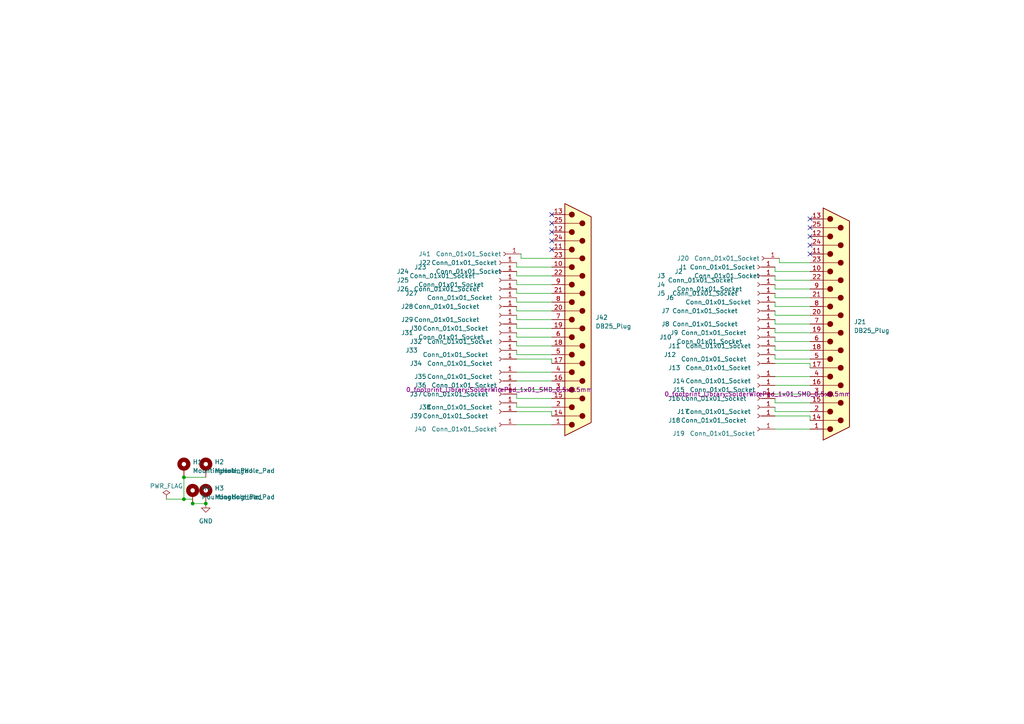
<source format=kicad_sch>
(kicad_sch (version 20230121) (generator eeschema)
  (paper "A4")
  (lib_symbols
    (symbol "Connector:Conn_01x01_Socket" (pin_names (offset 1.016) hide)
      (property "Reference" "J" (at 0 2.54 0))
      (property "Value" "Conn_01x01_Socket" (at 0 -2.54 0))
      (symbol "Conn_01x01_Socket_1_1"
        (polyline (pts (xy -1.27 0) (xy -0.508 0)) (stroke (width 0.1524)))
        (arc (start 0 0.508) (mid -0.5058 0) (end 0 -0.508) (stroke (width 0.1524)))
        (pin passive line (at -5.08 0 0) (length 3.81) (name "Pin_1") (number "1"))
      )
    )
    (symbol "Connector:DB25_Plug" (pin_names (offset 1.016) hide)
      (property "Reference" "J" (at 0 34.29 0))
      (property "Value" "DB25_Plug" (at 0 -34.925 0))
      (symbol "DB25_Plug_0_1"
        (circle (center -1.778 -30.48) (radius 0.762) (fill (type outline)))
        (circle (center -1.778 -25.4) (radius 0.762) (fill (type outline)))
        (circle (center -1.778 -20.32) (radius 0.762) (fill (type outline)))
        (circle (center -1.778 -15.24) (radius 0.762) (fill (type outline)))
        (circle (center -1.778 -10.16) (radius 0.762) (fill (type outline)))
        (circle (center -1.778 -5.08) (radius 0.762) (fill (type outline)))
        (circle (center -1.778 0) (radius 0.762) (fill (type outline)))
        (circle (center -1.778 5.08) (radius 0.762) (fill (type outline)))
        (circle (center -1.778 10.16) (radius 0.762) (fill (type outline)))
        (circle (center -1.778 15.24) (radius 0.762) (fill (type outline)))
        (circle (center -1.778 20.32) (radius 0.762) (fill (type outline)))
        (circle (center -1.778 25.4) (radius 0.762) (fill (type outline)))
        (circle (center -1.778 30.48) (radius 0.762) (fill (type outline)))
        (polyline (pts (xy -3.81 -30.48) (xy -2.54 -30.48)))
        (polyline (pts (xy -3.81 -27.94) (xy 0.508 -27.94)))
        (polyline (pts (xy -3.81 -25.4) (xy -2.54 -25.4)))
        (polyline (pts (xy -3.81 -22.86) (xy 0.508 -22.86)))
        (polyline (pts (xy -3.81 -20.32) (xy -2.54 -20.32)))
        (polyline (pts (xy -3.81 -17.78) (xy 0.508 -17.78)))
        (polyline (pts (xy -3.81 -15.24) (xy -2.54 -15.24)))
        (polyline (pts (xy -3.81 -12.7) (xy 0.508 -12.7)))
        (polyline (pts (xy -3.81 -10.16) (xy -2.54 -10.16)))
        (polyline (pts (xy -3.81 -7.62) (xy 0.508 -7.62)))
        (polyline (pts (xy -3.81 -5.08) (xy -2.54 -5.08)))
        (polyline (pts (xy -3.81 -2.54) (xy 0.508 -2.54)))
        (polyline (pts (xy -3.81 0) (xy -2.54 0)))
        (polyline (pts (xy -3.81 2.54) (xy 0.508 2.54)))
        (polyline (pts (xy -3.81 5.08) (xy -2.54 5.08)))
        (polyline (pts (xy -3.81 7.62) (xy 0.508 7.62)))
        (polyline (pts (xy -3.81 10.16) (xy -2.54 10.16)))
        (polyline (pts (xy -3.81 12.7) (xy 0.508 12.7)))
        (polyline (pts (xy -3.81 15.24) (xy -2.54 15.24)))
        (polyline (pts (xy -3.81 17.78) (xy 0.508 17.78)))
        (polyline (pts (xy -3.81 20.32) (xy -2.54 20.32)))
        (polyline (pts (xy -3.81 22.86) (xy 0.508 22.86)))
        (polyline (pts (xy -3.81 25.4) (xy -2.54 25.4)))
        (polyline (pts (xy -3.81 27.94) (xy 0.508 27.94)))
        (polyline (pts (xy -3.81 30.48) (xy -2.54 30.48)))
        (polyline (pts (xy -3.81 -33.655) (xy 3.81 -29.845) (xy 3.81 29.845) (xy -3.81 33.655) (xy -3.81 -33.655)) (stroke (width 0.254)) (fill (type background)))
        (circle (center 1.27 -27.94) (radius 0.762) (fill (type outline)))
        (circle (center 1.27 -22.86) (radius 0.762) (fill (type outline)))
        (circle (center 1.27 -17.78) (radius 0.762) (fill (type outline)))
        (circle (center 1.27 -12.7) (radius 0.762) (fill (type outline)))
        (circle (center 1.27 -7.62) (radius 0.762) (fill (type outline)))
        (circle (center 1.27 -2.54) (radius 0.762) (fill (type outline)))
        (circle (center 1.27 2.54) (radius 0.762) (fill (type outline)))
        (circle (center 1.27 7.62) (radius 0.762) (fill (type outline)))
        (circle (center 1.27 12.7) (radius 0.762) (fill (type outline)))
        (circle (center 1.27 17.78) (radius 0.762) (fill (type outline)))
        (circle (center 1.27 22.86) (radius 0.762) (fill (type outline)))
        (circle (center 1.27 27.94) (radius 0.762) (fill (type outline)))
      )
      (symbol "DB25_Plug_1_1"
        (pin passive line (at -7.62 -30.48 0) (length 3.81) (name "1") (number "1"))
        (pin passive line (at -7.62 15.24 0) (length 3.81) (name "10") (number "10"))
        (pin passive line (at -7.62 20.32 0) (length 3.81) (name "11") (number "11"))
        (pin passive line (at -7.62 25.4 0) (length 3.81) (name "12") (number "12"))
        (pin passive line (at -7.62 30.48 0) (length 3.81) (name "13") (number "13"))
        (pin passive line (at -7.62 -27.94 0) (length 3.81) (name "P14") (number "14"))
        (pin passive line (at -7.62 -22.86 0) (length 3.81) (name "P15") (number "15"))
        (pin passive line (at -7.62 -17.78 0) (length 3.81) (name "P16") (number "16"))
        (pin passive line (at -7.62 -12.7 0) (length 3.81) (name "P17") (number "17"))
        (pin passive line (at -7.62 -7.62 0) (length 3.81) (name "P18") (number "18"))
        (pin passive line (at -7.62 -2.54 0) (length 3.81) (name "P19") (number "19"))
        (pin passive line (at -7.62 -25.4 0) (length 3.81) (name "2") (number "2"))
        (pin passive line (at -7.62 2.54 0) (length 3.81) (name "P20") (number "20"))
        (pin passive line (at -7.62 7.62 0) (length 3.81) (name "P21") (number "21"))
        (pin passive line (at -7.62 12.7 0) (length 3.81) (name "P22") (number "22"))
        (pin passive line (at -7.62 17.78 0) (length 3.81) (name "P23") (number "23"))
        (pin passive line (at -7.62 22.86 0) (length 3.81) (name "P24") (number "24"))
        (pin passive line (at -7.62 27.94 0) (length 3.81) (name "P25") (number "25"))
        (pin passive line (at -7.62 -20.32 0) (length 3.81) (name "3") (number "3"))
        (pin passive line (at -7.62 -15.24 0) (length 3.81) (name "4") (number "4"))
        (pin passive line (at -7.62 -10.16 0) (length 3.81) (name "5") (number "5"))
        (pin passive line (at -7.62 -5.08 0) (length 3.81) (name "6") (number "6"))
        (pin passive line (at -7.62 0 0) (length 3.81) (name "7") (number "7"))
        (pin passive line (at -7.62 5.08 0) (length 3.81) (name "8") (number "8"))
        (pin passive line (at -7.62 10.16 0) (length 3.81) (name "9") (number "9"))
      )
    )
    (symbol "Mechanical:MountingHole_Pad" (pin_numbers hide) (pin_names (offset 1.016) hide)
      (property "Reference" "H" (at 0 6.35 0))
      (property "Value" "MountingHole_Pad" (at 0 4.445 0))
      (symbol "MountingHole_Pad_0_1"
        (circle (center 0 1.27) (radius 1.27) (stroke (width 1.27)))
      )
      (symbol "MountingHole_Pad_1_1"
        (pin input line (at 0 -2.54 90) (length 2.54) (name "1") (number "1"))
      )
    )
    (symbol "power:GND" (power) (pin_names (offset 0))
      (property "Value" "GND" (at 0 -3.81 0))
      (symbol "GND_0_1"
        (polyline (pts (xy 0 0) (xy 0 -1.27) (xy 1.27 -1.27) (xy 0 -2.54) (xy -1.27 -1.27) (xy 0 -1.27)))
      )
      (symbol "GND_1_1"
        (pin power_in line (at 0 0 270) (length 0) hide (name "GND") (number "1"))
      )
    )
    (symbol "power:PWR_FLAG" (power) (pin_numbers hide) (pin_names (offset 0) hide)
      (property "Value" "PWR_FLAG" (at 0 3.81 0))
      (symbol "PWR_FLAG_0_0"
        (pin power_out line (at 0 0 90) (length 0) (name "pwr") (number "1"))
      )
      (symbol "PWR_FLAG_0_1"
        (polyline (pts (xy 0 0) (xy 0 1.27) (xy -1.016 1.905) (xy 0 2.54) (xy 1.016 1.905) (xy 0 1.27)))
      )
    )
  )
  (junction (at 53.34 138.43))
  (junction (at 59.69 146.05))
  (junction (at 53.34 144.78))
  (junction (at 55.88 146.05))
  (no_connect (at 234.95 73.66))
  (no_connect (at 234.95 71.12))
  (no_connect (at 160.02 69.85))
  (no_connect (at 234.95 66.04))
  (no_connect (at 160.02 62.23))
  (no_connect (at 160.02 64.77))
  (no_connect (at 234.95 68.58))
  (no_connect (at 160.02 72.39))
  (no_connect (at 234.95 63.5))
  (no_connect (at 160.02 67.31))
  (wire (pts (xy 224.79 86.36) (xy 224.79 85.09)))
  (wire (pts (xy 234.95 81.28) (xy 224.79 81.28)))
  (wire (pts (xy 149.86 90.17) (xy 149.86 88.9)))
  (wire (pts (xy 160.02 77.47) (xy 149.86 77.47)))
  (wire (pts (xy 224.79 81.28) (xy 224.79 80.01)))
  (wire (pts (xy 160.02 82.55) (xy 149.86 82.55)))
  (wire (pts (xy 160.02 97.79) (xy 149.86 97.79)))
  (wire (pts (xy 149.86 80.01) (xy 149.86 78.74)))
  (wire (pts (xy 160.02 102.87) (xy 149.86 102.87)))
  (wire (pts (xy 149.86 107.95) (xy 160.02 107.95)))
  (wire (pts (xy 226.06 76.2) (xy 226.06 74.93)))
  (wire (pts (xy 224.79 96.52) (xy 224.79 95.25)))
  (wire (pts (xy 160.02 115.57) (xy 149.86 115.57)))
  (wire (pts (xy 149.86 115.57) (xy 149.86 114.3)))
  (wire (pts (xy 53.34 138.43) (xy 53.34 144.78)))
  (wire (pts (xy 149.86 87.63) (xy 149.86 86.36)))
  (wire (pts (xy 224.79 99.06) (xy 224.79 97.79)))
  (wire (pts (xy 224.79 116.84) (xy 224.79 115.57)))
  (wire (pts (xy 160.02 119.38) (xy 149.86 119.38)))
  (wire (pts (xy 234.95 91.44) (xy 224.79 91.44)))
  (wire (pts (xy 234.95 76.2) (xy 226.06 76.2)))
  (wire (pts (xy 160.02 100.33) (xy 149.86 100.33)))
  (wire (pts (xy 234.95 104.14) (xy 224.79 104.14)))
  (wire (pts (xy 149.86 110.49) (xy 160.02 110.49)))
  (wire (pts (xy 149.86 118.11) (xy 149.86 116.84)))
  (wire (pts (xy 160.02 80.01) (xy 149.86 80.01)))
  (wire (pts (xy 224.79 105.41) (xy 234.95 105.41)))
  (wire (pts (xy 234.95 120.65) (xy 224.79 120.65)))
  (wire (pts (xy 234.95 96.52) (xy 224.79 96.52)))
  (wire (pts (xy 224.79 114.3) (xy 234.95 114.3)))
  (wire (pts (xy 224.79 78.74) (xy 224.79 77.47)))
  (wire (pts (xy 234.95 101.6) (xy 224.79 101.6)))
  (wire (pts (xy 149.86 82.55) (xy 149.86 81.28)))
  (wire (pts (xy 234.95 86.36) (xy 224.79 86.36)))
  (wire (pts (xy 160.02 95.25) (xy 149.86 95.25)))
  (wire (pts (xy 160.02 85.09) (xy 149.86 85.09)))
  (wire (pts (xy 48.26 144.78) (xy 53.34 144.78)))
  (wire (pts (xy 151.13 74.93) (xy 151.13 73.66)))
  (wire (pts (xy 234.95 99.06) (xy 224.79 99.06)))
  (wire (pts (xy 149.86 113.03) (xy 160.02 113.03)))
  (wire (pts (xy 224.79 119.38) (xy 224.79 118.11)))
  (wire (pts (xy 224.79 111.76) (xy 234.95 111.76)))
  (wire (pts (xy 234.95 121.92) (xy 234.95 120.65)))
  (wire (pts (xy 149.86 92.71) (xy 149.86 91.44)))
  (wire (pts (xy 160.02 118.11) (xy 149.86 118.11)))
  (wire (pts (xy 160.02 92.71) (xy 149.86 92.71)))
  (wire (pts (xy 149.86 104.14) (xy 160.02 104.14)))
  (wire (pts (xy 234.95 88.9) (xy 224.79 88.9)))
  (wire (pts (xy 224.79 91.44) (xy 224.79 90.17)))
  (wire (pts (xy 149.86 85.09) (xy 149.86 83.82)))
  (wire (pts (xy 224.79 124.46) (xy 234.95 124.46)))
  (wire (pts (xy 224.79 104.14) (xy 224.79 102.87)))
  (wire (pts (xy 224.79 101.6) (xy 224.79 100.33)))
  (wire (pts (xy 160.02 74.93) (xy 151.13 74.93)))
  (wire (pts (xy 149.86 102.87) (xy 149.86 101.6)))
  (wire (pts (xy 149.86 123.19) (xy 160.02 123.19)))
  (wire (pts (xy 234.95 83.82) (xy 224.79 83.82)))
  (wire (pts (xy 53.34 138.43) (xy 59.69 138.43)))
  (wire (pts (xy 224.79 83.82) (xy 224.79 82.55)))
  (wire (pts (xy 149.86 95.25) (xy 149.86 93.98)))
  (wire (pts (xy 234.95 119.38) (xy 224.79 119.38)))
  (wire (pts (xy 234.95 116.84) (xy 224.79 116.84)))
  (wire (pts (xy 160.02 90.17) (xy 149.86 90.17)))
  (wire (pts (xy 160.02 87.63) (xy 149.86 87.63)))
  (wire (pts (xy 224.79 93.98) (xy 224.79 92.71)))
  (wire (pts (xy 160.02 120.65) (xy 160.02 119.38)))
  (wire (pts (xy 55.88 144.78) (xy 55.88 146.05)))
  (wire (pts (xy 234.95 105.41) (xy 234.95 106.68)))
  (wire (pts (xy 224.79 88.9) (xy 224.79 87.63)))
  (wire (pts (xy 149.86 97.79) (xy 149.86 96.52)))
  (wire (pts (xy 55.88 146.05) (xy 59.69 146.05)))
  (wire (pts (xy 224.79 109.22) (xy 234.95 109.22)))
  (wire (pts (xy 149.86 77.47) (xy 149.86 76.2)))
  (wire (pts (xy 234.95 78.74) (xy 224.79 78.74)))
  (wire (pts (xy 149.86 100.33) (xy 149.86 99.06)))
  (wire (pts (xy 234.95 93.98) (xy 224.79 93.98)))
  (wire (pts (xy 160.02 104.14) (xy 160.02 105.41)))
  (wire (pts (xy 53.34 144.78) (xy 55.88 144.78)))
  (symbol (lib_id "Connector:Conn_01x01_Socket") (at 144.78 119.38 180) (unit 1)
    (property "Reference" "J39" (at 120.65 120.65 0))
    (property "Value" "Conn_01x01_Socket" (at 132.08 120.65 0))
    (property "Footprint" "0_footprint_Library:SolderWirePad_1x01_SMD_0.5x0.5mm" (effects hide))
  )
  (symbol (lib_id "Connector:Conn_01x01_Socket") (at 144.78 116.84 180) (unit 1)
    (property "Reference" "J38" (at 123.19 118.11 0))
    (property "Value" "Conn_01x01_Socket" (at 133.35 118.11 0))
    (property "Footprint" "0_footprint_Library:SolderWirePad_1x01_SMD_0.5x0.5mm" (effects hide))
  )
  (symbol (lib_id "Connector:Conn_01x01_Socket") (at 144.78 99.06 180) (unit 1)
    (property "Reference" "J31" (at 118.11 96.52 0))
    (property "Value" "Conn_01x01_Socket" (at 130.81 97.79 0))
    (property "Footprint" "0_footprint_Library:SolderWirePad_1x01_SMD_0.5x0.5mm" (effects hide))
  )
  (symbol (lib_id "Connector:Conn_01x01_Socket") (at 219.71 109.22 180) (unit 1)
    (property "Reference" "J13" (at 195.58 106.68 0))
    (property "Value" "Conn_01x01_Socket" (at 208.28 106.68 0))
    (property "Footprint" "0_footprint_Library:SolderWirePad_1x01_SMD_0.5x0.5mm" (effects hide))
  )
  (symbol (lib_id "Connector:Conn_01x01_Socket") (at 144.78 86.36 180) (unit 1)
    (property "Reference" "J26" (at 116.84 83.82 0))
    (property "Value" "Conn_01x01_Socket" (at 129.54 83.82 0))
    (property "Footprint" "0_footprint_Library:SolderWirePad_1x01_SMD_0.5x0.5mm" (effects hide))
  )
  (symbol (lib_id "Connector:Conn_01x01_Socket") (at 144.78 78.74 180) (unit 1)
    (property "Reference" "J23" (at 121.92 77.47 0))
    (property "Value" "Conn_01x01_Socket" (at 135.89 78.74 0))
    (property "Footprint" "0_footprint_Library:SolderWirePad_1x01_SMD_0.5x0.5mm" (effects hide))
  )
  (symbol (lib_id "Connector:Conn_01x01_Socket") (at 219.71 80.01 180) (unit 1)
    (property "Reference" "J2" (at 196.85 78.74 0))
    (property "Value" "Conn_01x01_Socket" (at 210.82 80.01 0))
    (property "Footprint" "0_footprint_Library:SolderWirePad_1x01_SMD_0.5x0.5mm" (effects hide))
  )
  (symbol (lib_id "Connector:Conn_01x01_Socket") (at 219.71 95.25 180) (unit 1)
    (property "Reference" "J8" (at 193.04 93.98 0))
    (property "Value" "Conn_01x01_Socket" (at 204.47 93.98 0))
    (property "Footprint" "0_footprint_Library:SolderWirePad_1x01_SMD_0.5x0.5mm" (effects hide))
  )
  (symbol (lib_id "Connector:Conn_01x01_Socket") (at 219.71 82.55 180) (unit 1)
    (property "Reference" "J3" (at 191.77 80.01 0))
    (property "Value" "Conn_01x01_Socket" (at 203.2 81.28 0))
    (property "Footprint" "0_footprint_Library:SolderWirePad_1x01_SMD_0.5x0.5mm" (effects hide))
  )
  (symbol (lib_id "Connector:Conn_01x01_Socket") (at 144.78 83.82 180) (unit 1)
    (property "Reference" "J25" (at 116.84 81.28 0))
    (property "Value" "Conn_01x01_Socket" (at 130.81 82.55 0))
    (property "Footprint" "0_footprint_Library:SolderWirePad_1x01_SMD_0.5x0.5mm" (effects hide))
  )
  (symbol (lib_id "Connector:Conn_01x01_Socket") (at 219.71 102.87 180) (unit 1)
    (property "Reference" "J11" (at 195.58 100.33 0))
    (property "Value" "Conn_01x01_Socket" (at 208.28 100.33 0))
    (property "Footprint" "0_footprint_Library:SolderWirePad_1x01_SMD_0.5x0.5mm" (effects hide))
  )
  (symbol (lib_id "Connector:Conn_01x01_Socket") (at 144.78 88.9 180) (unit 1)
    (property "Reference" "J27" (at 119.38 85.09 0))
    (property "Value" "Conn_01x01_Socket" (at 133.35 86.36 0))
    (property "Footprint" "0_footprint_Library:SolderWirePad_1x01_SMD_0.5x0.5mm" (effects hide))
  )
  (symbol (lib_id "Connector:Conn_01x01_Socket") (at 144.78 113.03 180) (unit 1)
    (property "Reference" "J36" (at 121.92 111.76 0))
    (property "Value" "Conn_01x01_Socket" (at 134.62 111.76 0))
    (property "Footprint" "0_footprint_Library:SolderWirePad_1x01_SMD_0.5x0.5mm" (at 144.78 113.03 0))
  )
  (symbol (lib_id "power:GND") (at 59.69 146.05 0) (unit 1)
    (property "Reference" "#PWR01" (effects hide))
    (property "Value" "GND" (at 59.69 151.13 0))
  )
  (symbol (lib_id "Mechanical:MountingHole_Pad") (at 55.88 143.51 0) (unit 1)
    (property "Reference" "H4" (at 58.42 141.605 0) (effects (justify left)))
    (property "Value" "MountingHole_Pad" (at 58.42 144.145 0) (effects (justify left)))
    (property "Footprint" "0_footprint_Library:MountingHole_3mm_2-56_DIN965_Pad" (effects hide))
  )
  (symbol (lib_id "Connector:Conn_01x01_Socket") (at 144.78 93.98 180) (unit 1)
    (property "Reference" "J29" (at 118.11 92.71 0))
    (property "Value" "Conn_01x01_Socket" (at 129.54 92.71 0))
    (property "Footprint" "0_footprint_Library:SolderWirePad_1x01_SMD_0.5x0.5mm" (effects hide))
  )
  (symbol (lib_id "Connector:Conn_01x01_Socket") (at 219.71 92.71 180) (unit 1)
    (property "Reference" "J7" (at 193.04 90.17 0))
    (property "Value" "Conn_01x01_Socket" (at 204.47 90.17 0))
    (property "Footprint" "0_footprint_Library:SolderWirePad_1x01_SMD_0.5x0.5mm" (effects hide))
  )
  (symbol (lib_id "Connector:Conn_01x01_Socket") (at 144.78 110.49 180) (unit 1)
    (property "Reference" "J35" (at 121.92 109.22 0))
    (property "Value" "Conn_01x01_Socket" (at 133.35 109.22 0))
    (property "Footprint" "0_footprint_Library:SolderWirePad_1x01_SMD_0.5x0.5mm" (effects hide))
  )
  (symbol (lib_id "Mechanical:MountingHole_Pad") (at 53.34 135.89 0) (unit 1)
    (property "Reference" "H1" (at 55.88 133.985 0) (effects (justify left)))
    (property "Value" "MountingHole_Pad" (at 55.88 136.525 0) (effects (justify left)))
    (property "Footprint" "0_footprint_Library:MountingHole_3mm_2-56_DIN965_Pad" (effects hide))
  )
  (symbol (lib_id "Connector:Conn_01x01_Socket") (at 219.71 97.79 180) (unit 1)
    (property "Reference" "J9" (at 195.58 96.52 0))
    (property "Value" "Conn_01x01_Socket" (at 207.01 96.52 0))
    (property "Footprint" "0_footprint_Library:SolderWirePad_1x01_SMD_0.5x0.5mm" (effects hide))
  )
  (symbol (lib_id "Connector:Conn_01x01_Socket") (at 219.71 111.76 180) (unit 1)
    (property "Reference" "J14" (at 196.85 110.49 0))
    (property "Value" "Conn_01x01_Socket" (at 208.28 110.49 0))
    (property "Footprint" "0_footprint_Library:SolderWirePad_1x01_SMD_0.5x0.5mm" (effects hide))
  )
  (symbol (lib_id "Connector:Conn_01x01_Socket") (at 219.71 115.57 180) (unit 1)
    (property "Reference" "J16" (at 195.58 115.57 0))
    (property "Value" "Conn_01x01_Socket" (at 207.01 115.57 0))
    (property "Footprint" "0_footprint_Library:SolderWirePad_1x01_SMD_0.5x0.5mm" (effects hide))
  )
  (symbol (lib_id "Connector:Conn_01x01_Socket") (at 219.71 77.47 180) (unit 1)
    (property "Reference" "J1" (at 198.12 77.47 0))
    (property "Value" "Conn_01x01_Socket" (at 209.55 77.47 0))
    (property "Footprint" "0_footprint_Library:SolderWirePad_1x01_SMD_0.5x0.5mm" (effects hide))
  )
  (symbol (lib_id "Connector:Conn_01x01_Socket") (at 144.78 123.19 180) (unit 1)
    (property "Reference" "J40" (at 121.92 124.46 0))
    (property "Value" "Conn_01x01_Socket" (at 134.62 124.46 0))
    (property "Footprint" "0_footprint_Library:SolderWirePad_1x01_SMD_0.5x0.5mm" (effects hide))
  )
  (symbol (lib_id "Connector:Conn_01x01_Socket") (at 144.78 114.3 180) (unit 1)
    (property "Reference" "J37" (at 120.65 114.3 0))
    (property "Value" "Conn_01x01_Socket" (at 132.08 114.3 0))
    (property "Footprint" "0_footprint_Library:SolderWirePad_1x01_SMD_0.5x0.5mm" (effects hide))
  )
  (symbol (lib_id "Connector:Conn_01x01_Socket") (at 144.78 76.2 180) (unit 1)
    (property "Reference" "J22" (at 123.19 76.2 0))
    (property "Value" "Conn_01x01_Socket" (at 134.62 76.2 0))
    (property "Footprint" "0_footprint_Library:SolderWirePad_1x01_SMD_0.5x0.5mm" (effects hide))
  )
  (symbol (lib_id "Connector:Conn_01x01_Socket") (at 144.78 91.44 180) (unit 1)
    (property "Reference" "J28" (at 118.11 88.9 0))
    (property "Value" "Conn_01x01_Socket" (at 129.54 88.9 0))
    (property "Footprint" "0_footprint_Library:SolderWirePad_1x01_SMD_0.5x0.5mm" (effects hide))
  )
  (symbol (lib_id "Connector:Conn_01x01_Socket") (at 219.71 120.65 180) (unit 1)
    (property "Reference" "J18" (at 195.58 121.92 0))
    (property "Value" "Conn_01x01_Socket" (at 207.01 121.92 0))
    (property "Footprint" "0_footprint_Library:SolderWirePad_1x01_SMD_0.5x0.5mm" (effects hide))
  )
  (symbol (lib_id "Connector:Conn_01x01_Socket") (at 144.78 81.28 180) (unit 1)
    (property "Reference" "J24" (at 116.84 78.74 0))
    (property "Value" "Conn_01x01_Socket" (at 128.27 80.01 0))
    (property "Footprint" "0_footprint_Library:SolderWirePad_1x01_SMD_0.5x0.5mm" (effects hide))
  )
  (symbol (lib_id "Connector:Conn_01x01_Socket") (at 146.05 73.66 180) (unit 1)
    (property "Reference" "J41" (at 123.19 73.66 0))
    (property "Value" "Conn_01x01_Socket" (at 135.89 73.66 0))
    (property "Footprint" "0_footprint_Library:SolderWirePad_1x01_SMD_0.5x0.5mm" (effects hide))
  )
  (symbol (lib_id "Connector:Conn_01x01_Socket") (at 144.78 101.6 180) (unit 1)
    (property "Reference" "J32" (at 120.65 99.06 0))
    (property "Value" "Conn_01x01_Socket" (at 133.35 99.06 0))
    (property "Footprint" "0_footprint_Library:SolderWirePad_1x01_SMD_0.5x0.5mm" (effects hide))
  )
  (symbol (lib_id "Mechanical:MountingHole_Pad") (at 59.69 135.89 0) (unit 1)
    (property "Reference" "H2" (at 62.23 133.985 0) (effects (justify left)))
    (property "Value" "MountingHole_Pad" (at 62.23 136.525 0) (effects (justify left)))
    (property "Footprint" "0_footprint_Library:MountingHole_3mm_2-56_DIN965_Pad" (effects hide))
  )
  (symbol (lib_id "Mechanical:MountingHole_Pad") (at 59.69 143.51 0) (unit 1)
    (property "Reference" "H3" (at 62.23 141.605 0) (effects (justify left)))
    (property "Value" "MountingHole_Pad" (at 62.23 144.145 0) (effects (justify left)))
    (property "Footprint" "0_footprint_Library:MountingHole_3mm_2-56_DIN965_Pad" (effects hide))
  )
  (symbol (lib_id "Connector:DB25_Plug") (at 167.64 92.71 0) (unit 1)
    (property "Reference" "J42" (at 172.72 92.075 0) (effects (justify left)))
    (property "Value" "DB25_Plug" (at 172.72 94.615 0) (effects (justify left)))
    (property "Footprint" "0_footprint_Library:Norcomp-380-025-113L001-microd_Updated" (effects hide))
    (property "Datasheet" " ~" (effects hide))
  )
  (symbol (lib_id "Connector:Conn_01x01_Socket") (at 219.71 114.3 180) (unit 1)
    (property "Reference" "J15" (at 196.85 113.03 0))
    (property "Value" "Conn_01x01_Socket" (at 209.55 113.03 0))
    (property "Footprint" "0_footprint_Library:SolderWirePad_1x01_SMD_0.5x0.5mm" (at 219.71 114.3 0))
  )
  (symbol (lib_id "Connector:Conn_01x01_Socket") (at 219.71 124.46 180) (unit 1)
    (property "Reference" "J19" (at 196.85 125.73 0))
    (property "Value" "Conn_01x01_Socket" (at 209.55 125.73 0))
    (property "Footprint" "0_footprint_Library:SolderWirePad_1x01_SMD_0.5x0.5mm" (effects hide))
  )
  (symbol (lib_id "power:PWR_FLAG") (at 48.26 144.78 0) (unit 1)
    (property "Reference" "#FLG01" (effects hide))
    (property "Value" "PWR_FLAG" (at 48.26 140.97 0))
  )
  (symbol (lib_id "Connector:DB25_Plug") (at 242.57 93.98 0) (unit 1)
    (property "Reference" "J21" (at 247.65 93.345 0) (effects (justify left)))
    (property "Value" "DB25_Plug" (at 247.65 95.885 0) (effects (justify left)))
    (property "Footprint" "0_footprint_Library:Norcomp-380-025-113L001-microd_Updated" (effects hide))
    (property "Datasheet" " ~" (effects hide))
  )
  (symbol (lib_id "Connector:Conn_01x01_Socket") (at 144.78 104.14 180) (unit 1)
    (property "Reference" "J33" (at 119.38 101.6 0))
    (property "Value" "Conn_01x01_Socket" (at 132.08 102.87 0))
    (property "Footprint" "0_footprint_Library:SolderWirePad_1x01_SMD_0.5x0.5mm" (effects hide))
  )
  (symbol (lib_id "Connector:Conn_01x01_Socket") (at 219.71 100.33 180) (unit 1)
    (property "Reference" "J10" (at 193.04 97.79 0))
    (property "Value" "Conn_01x01_Socket" (at 205.74 99.06 0))
    (property "Footprint" "0_footprint_Library:SolderWirePad_1x01_SMD_0.5x0.5mm" (effects hide))
  )
  (symbol (lib_id "Connector:Conn_01x01_Socket") (at 219.71 90.17 180) (unit 1)
    (property "Reference" "J6" (at 194.31 86.36 0))
    (property "Value" "Conn_01x01_Socket" (at 208.28 87.63 0))
    (property "Footprint" "0_footprint_Library:SolderWirePad_1x01_SMD_0.5x0.5mm" (effects hide))
  )
  (symbol (lib_id "Connector:Conn_01x01_Socket") (at 219.71 85.09 180) (unit 1)
    (property "Reference" "J4" (at 191.77 82.55 0))
    (property "Value" "Conn_01x01_Socket" (at 205.74 83.82 0))
    (property "Footprint" "0_footprint_Library:SolderWirePad_1x01_SMD_0.5x0.5mm" (effects hide))
  )
  (symbol (lib_id "Connector:Conn_01x01_Socket") (at 144.78 107.95 180) (unit 1)
    (property "Reference" "J34" (at 120.65 105.41 0))
    (property "Value" "Conn_01x01_Socket" (at 133.35 105.41 0))
    (property "Footprint" "0_footprint_Library:SolderWirePad_1x01_SMD_0.5x0.5mm" (effects hide))
  )
  (symbol (lib_id "Connector:Conn_01x01_Socket") (at 144.78 96.52 180) (unit 1)
    (property "Reference" "J30" (at 120.65 95.25 0))
    (property "Value" "Conn_01x01_Socket" (at 132.08 95.25 0))
    (property "Footprint" "0_footprint_Library:SolderWirePad_1x01_SMD_0.5x0.5mm" (effects hide))
  )
  (symbol (lib_id "Connector:Conn_01x01_Socket") (at 219.71 118.11 180) (unit 1)
    (property "Reference" "J17" (at 198.12 119.38 0))
    (property "Value" "Conn_01x01_Socket" (at 208.28 119.38 0))
    (property "Footprint" "0_footprint_Library:SolderWirePad_1x01_SMD_0.5x0.5mm" (effects hide))
  )
  (symbol (lib_id "Connector:Conn_01x01_Socket") (at 219.71 105.41 180) (unit 1)
    (property "Reference" "J12" (at 194.31 102.87 0))
    (property "Value" "Conn_01x01_Socket" (at 207.01 104.14 0))
    (property "Footprint" "0_footprint_Library:SolderWirePad_1x01_SMD_0.5x0.5mm" (effects hide))
  )
  (symbol (lib_id "Connector:Conn_01x01_Socket") (at 220.98 74.93 180) (unit 1)
    (property "Reference" "J20" (at 198.12 74.93 0))
    (property "Value" "Conn_01x01_Socket" (at 210.82 74.93 0))
    (property "Footprint" "0_footprint_Library:SolderWirePad_1x01_SMD_0.5x0.5mm" (effects hide))
  )
  (symbol (lib_id "Connector:Conn_01x01_Socket") (at 219.71 87.63 180) (unit 1)
    (property "Reference" "J5" (at 191.77 85.09 0))
    (property "Value" "Conn_01x01_Socket" (at 204.47 85.09 0))
    (property "Footprint" "0_footprint_Library:SolderWirePad_1x01_SMD_0.5x0.5mm" (effects hide))
  )
)
</source>
